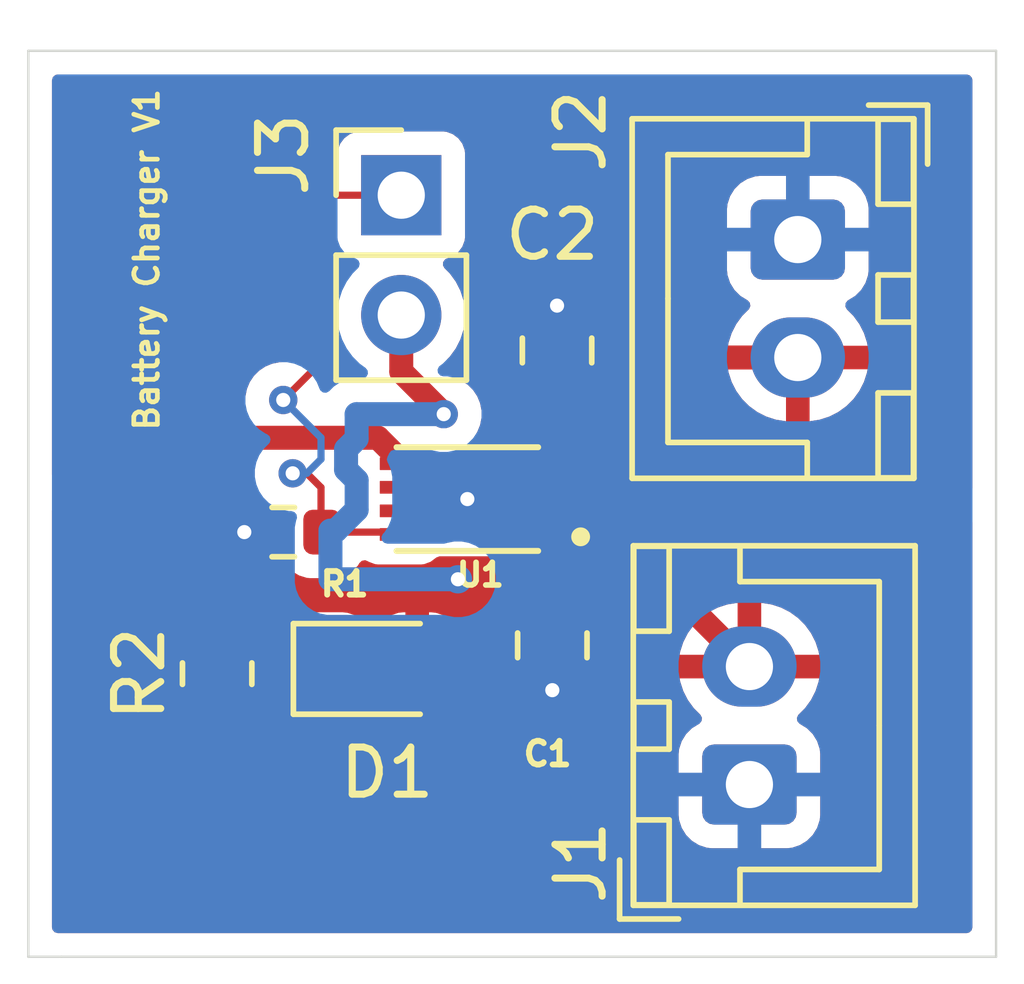
<source format=kicad_pcb>
(kicad_pcb (version 20241229) (generator "pcbnew") (generator_version "9.0")
  (layers (0 "F.Cu" signal) (2 "B.Cu" signal) (13 "F.Paste" user) (15 "B.Paste" user) (5 "F.SilkS" user "F.Silkscreen") (7 "B.SilkS" user "B.Silkscreen") (1 "F.Mask" user) (3 "B.Mask" user) (25 "Edge.Cuts" user))
  (net 0 "")
  (net 1 "Net-(D1-A)")
  (net 2 "GND")
  (net 3 "Net-(J2-Pin_2)")
  (net 4 "Net-(D1-K)")
  (net 5 "Net-(J3-Pin_1)")
  (net 6 "Net-(U1-STAT)")
  (footprint "Resistor_SMD:R_0603_1608Metric" (layer "F.Cu") (at 130.4 48.3 180)
    (property "Reference" "R1" (at -1.3 -1.1 0) (layer "F.SilkS") (effects (font (size 0.5 0.5) (thickness 0.125))))
    (property "Value" "2 k")
    (fp_line (start -0.237258 0.5225) (end 0.237258 0.5225) (stroke (width 0.12)) (layer "F.SilkS"))
    (fp_line (start -0.237258 -0.5225) (end 0.237258 -0.5225) (stroke (width 0.12)) (layer "F.SilkS"))
    (pad "1" smd roundrect (at -0.825 0 180) (size 0.8 0.95) (layers "F.Cu" "F.Mask" "F.Paste") (net 5 "Net-(J3-Pin_1)"))
    (pad "2" smd roundrect (at 0.825 0 180) (size 0.8 0.95) (layers "F.Cu" "F.Mask" "F.Paste") (net 2 "GND"))
  )
  (footprint "Capacitor_SMD:C_0805_2012Metric" (layer "F.Cu") (at 136.2 44.45 90)
    (property "Reference" "C2" (at 2.45 -0.1 0) (layer "F.SilkS"))
    (property "Value" "4.7 uF")
    (fp_line (start -0.261252 -0.735) (end 0.261252 -0.735) (stroke (width 0.12)) (layer "F.SilkS"))
    (fp_line (start -0.261252 0.735) (end 0.261252 0.735) (stroke (width 0.12)) (layer "F.SilkS"))
    (pad "1" smd roundrect (at -0.95 0 90) (size 1 1.45) (layers "F.Cu" "F.Mask" "F.Paste") (net 3 "Net-(J2-Pin_2)"))
    (pad "2" smd roundrect (at 0.95 0 90) (size 1 1.45) (layers "F.Cu" "F.Mask" "F.Paste") (net 2 "GND"))
  )
  (footprint "MCP73831:SON50P200X300X100-9N" (layer "F.Cu") (at 134.3 47.6 180)
    (property "Reference" "U1" (at -0.276 -1.6048 0) (layer "F.SilkS") (effects (font (size 0.48 0.48))))
    (property "Value" "MCP73831-2ACI_MC")
    (fp_line (start -1.5 1.099) (end 1.5 1.099) (stroke (width 0.127)) (layer "F.SilkS"))
    (fp_line (start -1.5 -1.099) (end 1.5 -1.099) (stroke (width 0.127)) (layer "F.SilkS"))
    (fp_circle (center -2.4 -0.8) (end -2.3 -0.8) (stroke (width 0.2)) (fill no) (layer "F.SilkS"))
    (pad "1" smd roundrect (at -1.435 -0.75 180) (size 0.84 0.27) (layers "F.Cu" "F.Mask" "F.Paste") (roundrect_rratio 0.035) (net 1 "Net-(D1-A)"))
    (pad "2" smd roundrect (at -1.435 -0.25 180) (size 0.84 0.27) (layers "F.Cu" "F.Mask" "F.Paste") (roundrect_rratio 0.035) (net 1 "Net-(D1-A)"))
    (pad "3" smd roundrect (at -1.435 0.25 180) (size 0.84 0.27) (layers "F.Cu" "F.Mask" "F.Paste") (roundrect_rratio 0.035) (net 3 "Net-(J2-Pin_2)"))
    (pad "4" smd roundrect (at -1.435 0.75 180) (size 0.84 0.27) (layers "F.Cu" "F.Mask" "F.Paste") (roundrect_rratio 0.035) (net 3 "Net-(J2-Pin_2)"))
    (pad "5" smd roundrect (at 1.435 0.75 180) (size 0.84 0.27) (layers "F.Cu" "F.Mask" "F.Paste") (roundrect_rratio 0.035) (net 6 "Net-(U1-STAT)"))
    (pad "6" smd roundrect (at 1.435 0.25 180) (size 0.84 0.27) (layers "F.Cu" "F.Mask" "F.Paste") (roundrect_rratio 0.035) (net 2 "GND"))
    (pad "7" smd roundrect (at 1.435 -0.25 180) (size 0.84 0.27) (layers "F.Cu" "F.Mask" "F.Paste") (roundrect_rratio 0.035))
    (pad "8" smd roundrect (at 1.435 -0.75 180) (size 0.84 0.27) (layers "F.Cu" "F.Mask" "F.Paste") (roundrect_rratio 0.035) (net 5 "Net-(J3-Pin_1)"))
    (pad "9" smd rect (at 0 0 180) (size 1.625 1.425) (layers "F.Cu" "F.Mask") (net 2 "GND"))
  )
  (footprint "Resistor_SMD:R_0805_2012Metric" (layer "F.Cu") (at 129 51.3 90)
    (property "Reference" "R2" (at 0 -1.65 90) (layer "F.SilkS"))
    (property "Value" "470")
    (fp_line (start -0.227064 -0.735) (end 0.227064 -0.735) (stroke (width 0.12)) (layer "F.SilkS"))
    (fp_line (start -0.227064 0.735) (end 0.227064 0.735) (stroke (width 0.12)) (layer "F.SilkS"))
    (pad "1" smd roundrect (at -0.9125 0 90) (size 1.025 1.4) (layers "F.Cu" "F.Mask" "F.Paste") (roundrect_rratio 0.243902) (net 4 "Net-(D1-K)"))
    (pad "2" smd roundrect (at 0.9125 0 90) (size 1.025 1.4) (layers "F.Cu" "F.Mask" "F.Paste") (roundrect_rratio 0.243902) (net 6 "Net-(U1-STAT)"))
  )
  (footprint "Connector_JST:JST_XH_B2B-XH-A_1x02_P2.50mm_Vertical" (layer "F.Cu") (at 141.3 42.1 -90)
    (property "Reference" "J2" (at -2.3 4.6 90) (layer "F.SilkS"))
    (property "Value" "V_Batt")
    (fp_line (start -2.56 3.51) (end 5.06 3.51) (stroke (width 0.12)) (layer "F.SilkS"))
    (fp_line (start 5.06 3.51) (end 5.06 -2.46) (stroke (width 0.12)) (layer "F.SilkS"))
    (fp_line (start -1.8 2.75) (end 1.25 2.75) (stroke (width 0.12)) (layer "F.SilkS"))
    (fp_line (start 4.3 2.75) (end 1.25 2.75) (stroke (width 0.12)) (layer "F.SilkS"))
    (fp_line (start -2.55 -0.2) (end -1.8 -0.2) (stroke (width 0.12)) (layer "F.SilkS"))
    (fp_line (start -1.8 -0.2) (end -1.8 2.75) (stroke (width 0.12)) (layer "F.SilkS"))
    (fp_line (start 4.3 -0.2) (end 4.3 2.75) (stroke (width 0.12)) (layer "F.SilkS"))
    (fp_line (start 5.05 -0.2) (end 4.3 -0.2) (stroke (width 0.12)) (layer "F.SilkS"))
    (fp_line (start -2.55 -1.7) (end -0.75 -1.7) (stroke (width 0.12)) (layer "F.SilkS"))
    (fp_line (start -0.75 -1.7) (end -0.75 -2.45) (stroke (width 0.12)) (layer "F.SilkS"))
    (fp_line (start 0.75 -1.7) (end 1.75 -1.7) (stroke (width 0.12)) (layer "F.SilkS"))
    (fp_line (start 1.75 -1.7) (end 1.75 -2.45) (stroke (width 0.12)) (layer "F.SilkS"))
    (fp_line (start 3.25 -1.7) (end 5.05 -1.7) (stroke (width 0.12)) (layer "F.SilkS"))
    (fp_line (start 5.05 -1.7) (end 5.05 -2.45) (stroke (width 0.12)) (layer "F.SilkS"))
    (fp_line (start -2.55 -2.45) (end -2.55 -1.7) (stroke (width 0.12)) (layer "F.SilkS"))
    (fp_line (start -0.75 -2.45) (end -2.55 -2.45) (stroke (width 0.12)) (layer "F.SilkS"))
    (fp_line (start 0.75 -2.45) (end 0.75 -1.7) (stroke (width 0.12)) (layer "F.SilkS"))
    (fp_line (start 1.75 -2.45) (end 0.75 -2.45) (stroke (width 0.12)) (layer "F.SilkS"))
    (fp_line (start 3.25 -2.45) (end 3.25 -1.7) (stroke (width 0.12)) (layer "F.SilkS"))
    (fp_line (start 5.05 -2.45) (end 3.25 -2.45) (stroke (width 0.12)) (layer "F.SilkS"))
    (fp_line (start -2.56 -2.46) (end -2.56 3.51) (stroke (width 0.12)) (layer "F.SilkS"))
    (fp_line (start 5.06 -2.46) (end -2.56 -2.46) (stroke (width 0.12)) (layer "F.SilkS"))
    (fp_line (start -2.85 -2.75) (end -2.85 -1.5) (stroke (width 0.12)) (layer "F.SilkS"))
    (fp_line (start -1.6 -2.75) (end -2.85 -2.75) (stroke (width 0.12)) (layer "F.SilkS"))
    (pad "1" thru_hole roundrect (at 0 0 270) (size 1.7 2) (drill 1) (layers "*.Cu" "*.Mask") (roundrect_rratio 0.147059) (net 2 "GND"))
    (pad "2" thru_hole oval (at 2.5 0 270) (size 1.7 2) (drill 1) (layers "*.Cu" "*.Mask") (net 3 "Net-(J2-Pin_2)"))
  )
  (footprint "LED_SMD:LED_0805_2012Metric" (layer "F.Cu") (at 132.3 51.2)
    (property "Reference" "D1" (at 0.3 2.2 0) (layer "F.SilkS"))
    (property "Value" "LED")
    (fp_line (start -1.685 -0.96) (end -1.685 0.96) (stroke (width 0.12)) (layer "F.SilkS"))
    (fp_line (start -1.685 0.96) (end 1 0.96) (stroke (width 0.12)) (layer "F.SilkS"))
    (fp_line (start 1 -0.96) (end -1.685 -0.96) (stroke (width 0.12)) (layer "F.SilkS"))
    (pad "1" smd roundrect (at -0.9375 0) (size 0.975 1.4) (layers "F.Cu" "F.Mask" "F.Paste") (net 4 "Net-(D1-K)"))
    (pad "2" smd roundrect (at 0.9375 0) (size 0.975 1.4) (layers "F.Cu" "F.Mask" "F.Paste") (net 1 "Net-(D1-A)"))
  )
  (footprint "Connector_JST:JST_XH_B2B-XH-A_1x02_P2.50mm_Vertical" (layer "F.Cu") (at 140.275 53.65 90)
    (property "Reference" "J1" (at -1.65 -3.575 90) (layer "F.SilkS"))
    (property "Value" "Vin")
    (fp_line (start -1.6 -2.75) (end -2.85 -2.75) (stroke (width 0.12)) (layer "F.SilkS"))
    (fp_line (start -2.85 -2.75) (end -2.85 -1.5) (stroke (width 0.12)) (layer "F.SilkS"))
    (fp_line (start 5.06 -2.46) (end -2.56 -2.46) (stroke (width 0.12)) (layer "F.SilkS"))
    (fp_line (start -2.56 -2.46) (end -2.56 3.51) (stroke (width 0.12)) (layer "F.SilkS"))
    (fp_line (start 5.05 -2.45) (end 3.25 -2.45) (stroke (width 0.12)) (layer "F.SilkS"))
    (fp_line (start 3.25 -2.45) (end 3.25 -1.7) (stroke (width 0.12)) (layer "F.SilkS"))
    (fp_line (start 1.75 -2.45) (end 0.75 -2.45) (stroke (width 0.12)) (layer "F.SilkS"))
    (fp_line (start 0.75 -2.45) (end 0.75 -1.7) (stroke (width 0.12)) (layer "F.SilkS"))
    (fp_line (start -0.75 -2.45) (end -2.55 -2.45) (stroke (width 0.12)) (layer "F.SilkS"))
    (fp_line (start -2.55 -2.45) (end -2.55 -1.7) (stroke (width 0.12)) (layer "F.SilkS"))
    (fp_line (start 5.05 -1.7) (end 5.05 -2.45) (stroke (width 0.12)) (layer "F.SilkS"))
    (fp_line (start 3.25 -1.7) (end 5.05 -1.7) (stroke (width 0.12)) (layer "F.SilkS"))
    (fp_line (start 1.75 -1.7) (end 1.75 -2.45) (stroke (width 0.12)) (layer "F.SilkS"))
    (fp_line (start 0.75 -1.7) (end 1.75 -1.7) (stroke (width 0.12)) (layer "F.SilkS"))
    (fp_line (start -0.75 -1.7) (end -0.75 -2.45) (stroke (width 0.12)) (layer "F.SilkS"))
    (fp_line (start -2.55 -1.7) (end -0.75 -1.7) (stroke (width 0.12)) (layer "F.SilkS"))
    (fp_line (start 5.05 -0.2) (end 4.3 -0.2) (stroke (width 0.12)) (layer "F.SilkS"))
    (fp_line (start 4.3 -0.2) (end 4.3 2.75) (stroke (width 0.12)) (layer "F.SilkS"))
    (fp_line (start -1.8 -0.2) (end -1.8 2.75) (stroke (width 0.12)) (layer "F.SilkS"))
    (fp_line (start -2.55 -0.2) (end -1.8 -0.2) (stroke (width 0.12)) (layer "F.SilkS"))
    (fp_line (start 4.3 2.75) (end 1.25 2.75) (stroke (width 0.12)) (layer "F.SilkS"))
    (fp_line (start -1.8 2.75) (end 1.25 2.75) (stroke (width 0.12)) (layer "F.SilkS"))
    (fp_line (start 5.06 3.51) (end 5.06 -2.46) (stroke (width 0.12)) (layer "F.SilkS"))
    (fp_line (start -2.56 3.51) (end 5.06 3.51) (stroke (width 0.12)) (layer "F.SilkS"))
    (pad "1" thru_hole roundrect (at 0 0 90) (size 1.7 2) (drill 1) (layers "*.Cu" "*.Mask") (roundrect_rratio 0.147059) (net 2 "GND"))
    (pad "2" thru_hole oval (at 2.5 0 90) (size 1.7 2) (drill 1) (layers "*.Cu" "*.Mask") (net 1 "Net-(D1-A)"))
  )
  (footprint "Capacitor_SMD:C_0805_2012Metric" (layer "F.Cu") (at 136.1 50.7 -90)
    (property "Reference" "C1" (at 2.3 0.1 0) (layer "F.SilkS") (effects (font (size 0.5 0.5) (thickness 0.125))))
    (property "Value" "4.7 uF")
    (fp_line (start -0.261252 0.735) (end 0.261252 0.735) (stroke (width 0.12)) (layer "F.SilkS"))
    (fp_line (start -0.261252 -0.735) (end 0.261252 -0.735) (stroke (width 0.12)) (layer "F.SilkS"))
    (pad "1" smd roundrect (at -0.95 0 270) (size 1 1.45) (layers "F.Cu" "F.Mask" "F.Paste") (net 1 "Net-(D1-A)"))
    (pad "2" smd roundrect (at 0.95 0 270) (size 1 1.45) (layers "F.Cu" "F.Mask" "F.Paste") (net 2 "GND"))
  )
  (footprint "Connector_PinHeader_2.54mm:PinHeader_1x02_P2.54mm_Vertical" (layer "F.Cu") (at 132.9 41.16)
    (property "Reference" "J3" (at -2.5 -0.86 90) (layer "F.SilkS"))
    (property "Value" "Dupont")
    (fp_line (start -1.38 -1.38) (end 0 -1.38) (stroke (width 0.12)) (layer "F.SilkS"))
    (fp_line (start -1.38 0) (end -1.38 -1.38) (stroke (width 0.12)) (layer "F.SilkS"))
    (fp_line (start -1.38 1.27) (end -1.38 3.92) (stroke (width 0.12)) (layer "F.SilkS"))
    (fp_line (start -1.38 1.27) (end 1.38 1.27) (stroke (width 0.12)) (layer "F.SilkS"))
    (fp_line (start -1.38 3.92) (end 1.38 3.92) (stroke (width 0.12)) (layer "F.SilkS"))
    (fp_line (start 1.38 1.27) (end 1.38 3.92) (stroke (width 0.12)) (layer "F.SilkS"))
    (pad "1" thru_hole rect (at 0 0) (size 1.7 1.7) (drill 1) (layers "*.Cu" "*.Mask") (net 5 "Net-(J3-Pin_1)"))
    (pad "2" thru_hole circle (at 0 2.54) (size 1.7 1.7) (drill 1) (layers "*.Cu" "*.Mask") (net 1 "Net-(D1-A)"))
  )
  (gr_line (start 145.5 57.3) (end 125.7 57.3) (stroke (width 0.05)) (layer "Edge.Cuts"))
  (gr_line (start 125 38.1) (end 145.5 38.1) (stroke (width 0.05)) (layer "Edge.Cuts"))
  (gr_line (start 125 57.3) (end 125 38.1) (stroke (width 0.05)) (layer "Edge.Cuts"))
  (gr_line (start 145.5 38.1) (end 145.5 57.3) (stroke (width 0.05)) (layer "Edge.Cuts"))
  (gr_line (start 125.7 57.3) (end 125 57.3) (stroke (width 0.05)) (layer "Edge.Cuts"))
  (gr_text "Battery Charger V1" (at 127.8 46.2 90) (layer "F.SilkS") (effects (font (size 0.5 0.5) (thickness 0.1)) (justify left bottom)))
  (segment (start 136.1 48.305) (end 135.735 47.94) (width 0.508) (layer "F.Cu") (net 1))
  (segment (start 138.875 49.75) (end 140.275 51.15) (width 0.508) (layer "F.Cu") (net 1))
  (segment (start 136.1 49.75) (end 136.1 48.715) (width 0.508) (layer "F.Cu") (net 1))
  (segment (start 135.65 49.3) (end 136.1 49.75) (width 0.508) (layer "F.Cu") (net 1))
  (segment (start 135.35 49.75) (end 136.1 49.75) (width 0.508) (layer "F.Cu") (net 1))
  (segment (start 132.9 43.7) (end 132.9 44.9) (width 0.508) (layer "F.Cu") (net 1))
  (segment (start 136.1 48.715) (end 135.735 48.35) (width 0.508) (layer "F.Cu") (net 1))
  (segment (start 133.2375 51.2) (end 134.6375 49.8) (width 0.508) (layer "F.Cu") (net 1))
  (segment (start 135.3 49.8) (end 135.35 49.75) (width 0.508) (layer "F.Cu") (net 1))
  (segment (start 132.9 44.9) (end 133.8 45.8) (width 0.508) (layer "F.Cu") (net 1))
  (segment (start 136.1 49.75) (end 136.1 48.305) (width 0.508) (layer "F.Cu") (net 1))
  (segment (start 134.1 49.3) (end 135.65 49.3) (width 0.508) (layer "F.Cu") (net 1))
  (segment (start 134.6375 49.8) (end 135.3 49.8) (width 0.508) (layer "F.Cu") (net 1))
  (segment (start 136.1 49.75) (end 138.875 49.75) (width 0.508) (layer "F.Cu") (net 1))
  (via (at 134.1 49.3) (size 0.6) (drill 0.3) (layers "F.Cu" "B.Cu") (net 1))
  (via (at 133.8 45.8) (size 0.6) (drill 0.3) (layers "F.Cu" "B.Cu") (net 1))
  (segment (start 131.955 45.8) (end 131.955 46.318732) (width 0.508) (layer "B.Cu") (net 1))
  (segment (start 131.4 49.3) (end 134.1 49.3) (width 0.508) (layer "B.Cu") (net 1))
  (segment (start 131.955 47.201268) (end 131.955 47.826732) (width 0.508) (layer "B.Cu") (net 1))
  (segment (start 131.731 46.542732) (end 131.731 46.977268) (width 0.508) (layer "B.Cu") (net 1))
  (segment (start 133.8 45.8) (end 131.955 45.8) (width 0.508) (layer "B.Cu") (net 1))
  (segment (start 131.512732 48.269) (end 131.4 48.269) (width 0.508) (layer "B.Cu") (net 1))
  (segment (start 131.4 48.269) (end 131.4 49.3) (width 0.508) (layer "B.Cu") (net 1))
  (segment (start 131.955 46.318732) (end 131.731 46.542732) (width 0.508) (layer "B.Cu") (net 1))
  (segment (start 131.955 47.826732) (end 131.512732 48.269) (width 0.508) (layer "B.Cu") (net 1))
  (segment (start 131.731 46.977268) (end 131.955 47.201268) (width 0.508) (layer "B.Cu") (net 1))
  (segment (start 134.05 47.35) (end 132.865 47.35) (width 0.152) (layer "F.Cu") (net 2))
  (segment (start 134.3 47.6) (end 134.05 47.35) (width 0.152) (layer "F.Cu") (net 2))
  (via (at 136.1 51.65) (size 0.6) (drill 0.3) (layers "F.Cu" "B.Cu") (net 2))
  (via (at 129.575 48.3) (size 0.6) (drill 0.3) (layers "F.Cu" "B.Cu") (net 2))
  (via (at 136.2 43.5) (size 0.6) (drill 0.3) (layers "F.Cu" "B.Cu") (net 2))
  (via (at 134.3 47.6) (size 0.6) (drill 0.3) (layers "F.Cu" "B.Cu") (net 2))
  (segment (start 136.2 46.885) (end 135.854 47.231) (width 0.508) (layer "F.Cu") (net 3))
  (segment (start 136.2 46.385) (end 135.735 46.85) (width 0.508) (layer "F.Cu") (net 3))
  (segment (start 136.2 45.4) (end 136.2 46.385) (width 0.508) (layer "F.Cu") (net 3))
  (segment (start 135.854 47.231) (end 135.735 47.231) (width 0.508) (layer "F.Cu") (net 3))
  (segment (start 138 45.4) (end 136.2 45.4) (width 0.508) (layer "F.Cu") (net 3))
  (segment (start 138.8 44.6) (end 138 45.4) (width 0.508) (layer "F.Cu") (net 3))
  (segment (start 136.2 46.385) (end 136.2 46.885) (width 0.508) (layer "F.Cu") (net 3))
  (segment (start 141.3 44.6) (end 138.8 44.6) (width 0.508) (layer "F.Cu") (net 3))
  (segment (start 131.3625 51.2) (end 130.3625 52.2) (width 0.508) (layer "F.Cu") (net 4))
  (segment (start 130.1 52.2) (end 130.0875 52.2125) (width 0.508) (layer "F.Cu") (net 4))
  (segment (start 130.3625 52.2) (end 130.1 52.2) (width 0.508) (layer "F.Cu") (net 4))
  (segment (start 130.0875 52.2125) (end 129 52.2125) (width 0.508) (layer "F.Cu") (net 4))
  (segment (start 132.815 48.3) (end 132.865 48.35) (width 0.152) (layer "F.Cu") (net 5))
  (segment (start 130.4 45.5) (end 131.1 44.8) (width 0.152) (layer "F.Cu") (net 5))
  (segment (start 131.1 41.5) (end 131.44 41.16) (width 0.152) (layer "F.Cu") (net 5))
  (segment (start 131.1 44.8) (end 131.1 41.5) (width 0.152) (layer "F.Cu") (net 5))
  (segment (start 131.225 48.3) (end 132.815 48.3) (width 0.152) (layer "F.Cu") (net 5))
  (segment (start 131.2 48.275) (end 131.225 48.3) (width 0.152) (layer "F.Cu") (net 5))
  (segment (start 130.9 47.054) (end 131.2 47.354) (width 0.152) (layer "F.Cu") (net 5))
  (segment (start 131.2 47.354) (end 131.2 48.275) (width 0.152) (layer "F.Cu") (net 5))
  (segment (start 131.44 41.16) (end 132.9 41.16) (width 0.152) (layer "F.Cu") (net 5))
  (segment (start 130.6 47.054) (end 130.9 47.054) (width 0.152) (layer "F.Cu") (net 5))
  (via (at 130.4 45.5) (size 0.6) (drill 0.3) (layers "F.Cu" "B.Cu") (net 5))
  (via (at 130.6 47.054) (size 0.6) (drill 0.3) (layers "F.Cu" "B.Cu") (net 5))
  (segment (start 131.2 46.3) (end 130.4 45.5) (width 0.152) (layer "B.Cu") (net 5))
  (segment (start 131.2 46.754) (end 131.2 46.3) (width 0.152) (layer "B.Cu") (net 5))
  (segment (start 130.9 47.054) (end 131.2 46.754) (width 0.152) (layer "B.Cu") (net 5))
  (segment (start 130.6 47.054) (end 130.9 47.054) (width 0.152) (layer "B.Cu") (net 5))
  (segment (start 129 50.3875) (end 129 50.1) (width 0.508) (layer "F.Cu") (net 6))
  (segment (start 132.405 46.3) (end 132.865 46.76) (width 0.508) (layer "F.Cu") (net 6))
  (segment (start 128.1 49.2) (end 128.1 47.6) (width 0.508) (layer "F.Cu") (net 6))
  (segment (start 129.4 46.3) (end 132.405 46.3) (width 0.508) (layer "F.Cu") (net 6))
  (segment (start 128.1 47.6) (end 129.4 46.3) (width 0.508) (layer "F.Cu") (net 6))
  (segment (start 129 50.1) (end 128.1 49.2) (width 0.508) (layer "F.Cu") (net 6))
  (zone (net 3) (net_name "Net-(J2-Pin_2)") (layer "F.Cu") (priority 1) (connect_pads (clearance 0.5)) (min_thickness 0.25) (fill yes (thermal_gap 0.5) (thermal_bridge_width 0.5))
    (polygon (pts (xy 124.4 37.4) (xy 145.9 37.6) (xy 146.1 47.8) (xy 124.5 47.6)))
  )
  (zone (net 1) (net_name "Net-(D1-A)") (layer "F.Cu") (priority 2) (connect_pads (clearance 0.5)) (min_thickness 0.25) (fill yes (thermal_gap 0.5) (thermal_bridge_width 0.5))
    (polygon (pts (xy 124.5 47.7) (xy 146 48) (xy 146.1 57.6) (xy 124.4 57.9)))
  )
  (zone (net 2) (net_name "GND") (layer "B.Cu") (connect_pads (clearance 0.5)) (min_thickness 0.25) (fill yes (thermal_gap 0.5) (thermal_bridge_width 0.5))
    (polygon (pts (xy 124.8 37.9) (xy 145.7 37.9) (xy 145.7 57.5) (xy 124.7 57.5)))
  )
)
</source>
